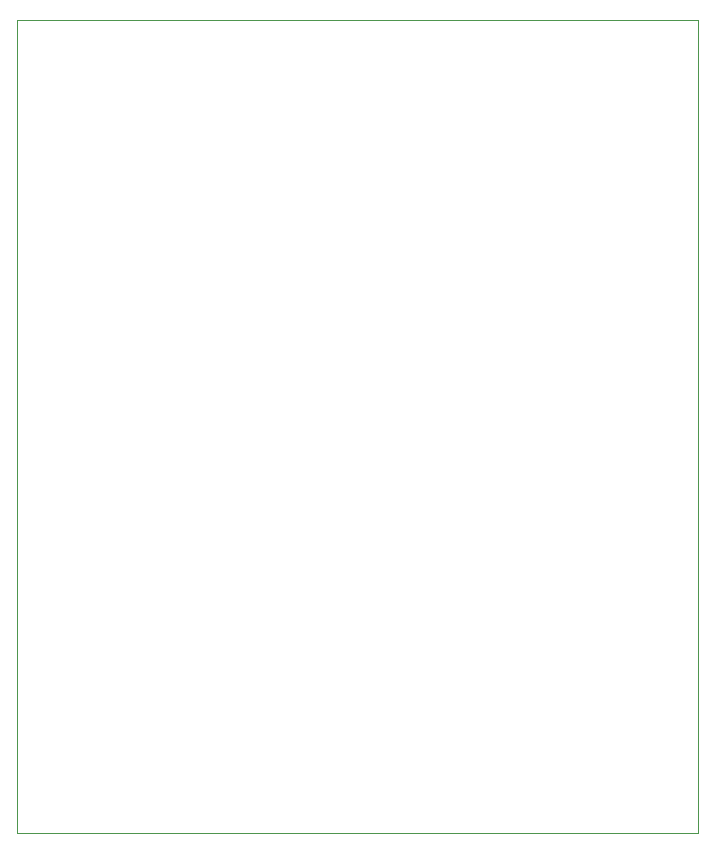
<source format=gbr>
G04 #@! TF.GenerationSoftware,KiCad,Pcbnew,5.1.9*
G04 #@! TF.CreationDate,2021-04-19T03:59:41-04:00*
G04 #@! TF.ProjectId,lm3886_soft_start_v2,6c6d3338-3836-45f7-936f-66745f737461,rev?*
G04 #@! TF.SameCoordinates,Original*
G04 #@! TF.FileFunction,Profile,NP*
%FSLAX46Y46*%
G04 Gerber Fmt 4.6, Leading zero omitted, Abs format (unit mm)*
G04 Created by KiCad (PCBNEW 5.1.9) date 2021-04-19 03:59:41*
%MOMM*%
%LPD*%
G01*
G04 APERTURE LIST*
G04 #@! TA.AperFunction,Profile*
%ADD10C,0.050000*%
G04 #@! TD*
G04 APERTURE END LIST*
D10*
X126746000Y-42418000D02*
X69088000Y-42418000D01*
X126746000Y-111252000D02*
X126746000Y-42418000D01*
X69088000Y-111252000D02*
X126746000Y-111252000D01*
X69088000Y-42418000D02*
X69088000Y-111252000D01*
M02*

</source>
